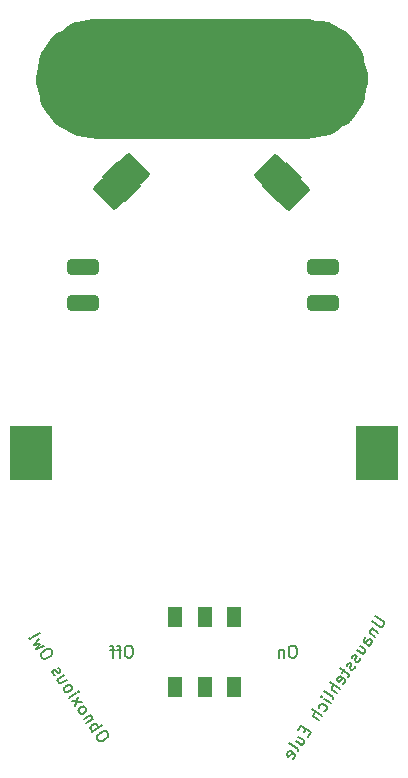
<source format=gbs>
G04 #@! TF.GenerationSoftware,KiCad,Pcbnew,(6.0.10)*
G04 #@! TF.CreationDate,2023-02-02T22:15:44+01:00*
G04 #@! TF.ProjectId,Eule,45756c65-2e6b-4696-9361-645f70636258,rev?*
G04 #@! TF.SameCoordinates,Original*
G04 #@! TF.FileFunction,Soldermask,Bot*
G04 #@! TF.FilePolarity,Negative*
%FSLAX46Y46*%
G04 Gerber Fmt 4.6, Leading zero omitted, Abs format (unit mm)*
G04 Created by KiCad (PCBNEW (6.0.10)) date 2023-02-02 22:15:44*
%MOMM*%
%LPD*%
G01*
G04 APERTURE LIST*
G04 Aperture macros list*
%AMRoundRect*
0 Rectangle with rounded corners*
0 $1 Rounding radius*
0 $2 $3 $4 $5 $6 $7 $8 $9 X,Y pos of 4 corners*
0 Add a 4 corners polygon primitive as box body*
4,1,4,$2,$3,$4,$5,$6,$7,$8,$9,$2,$3,0*
0 Add four circle primitives for the rounded corners*
1,1,$1+$1,$2,$3*
1,1,$1+$1,$4,$5*
1,1,$1+$1,$6,$7*
1,1,$1+$1,$8,$9*
0 Add four rect primitives between the rounded corners*
20,1,$1+$1,$2,$3,$4,$5,0*
20,1,$1+$1,$4,$5,$6,$7,0*
20,1,$1+$1,$6,$7,$8,$9,0*
20,1,$1+$1,$8,$9,$2,$3,0*%
G04 Aperture macros list end*
%ADD10C,0.150000*%
%ADD11C,5.075000*%
%ADD12R,1.200000X1.700000*%
%ADD13R,3.600000X4.600000*%
%ADD14RoundRect,0.250000X1.075000X-0.400000X1.075000X0.400000X-1.075000X0.400000X-1.075000X-0.400000X0*%
%ADD15RoundRect,0.250001X-0.433103X1.087175X-1.087175X0.433103X0.433103X-1.087175X1.087175X-0.433103X0*%
%ADD16RoundRect,0.250001X-1.087175X-0.433103X-0.433103X-1.087175X1.087175X0.433103X0.433103X1.087175X0*%
G04 APERTURE END LIST*
D10*
X70447039Y-84910251D02*
X71118165Y-85362931D01*
X71170492Y-85455665D01*
X71183342Y-85521771D01*
X71169564Y-85627356D01*
X71063051Y-85785268D01*
X70970316Y-85837595D01*
X70904210Y-85850445D01*
X70798626Y-85836667D01*
X70127500Y-85383987D01*
X70137564Y-85965164D02*
X70690255Y-86337959D01*
X70216520Y-86018420D02*
X70150413Y-86031270D01*
X70057679Y-86083598D01*
X69977794Y-86202032D01*
X69964016Y-86307616D01*
X70016343Y-86400351D01*
X70450601Y-86693261D01*
X69944665Y-87443343D02*
X69510407Y-87150432D01*
X69458079Y-87057698D01*
X69471858Y-86952113D01*
X69578371Y-86794202D01*
X69671105Y-86741874D01*
X69905187Y-87416714D02*
X69997921Y-87364387D01*
X70131062Y-87166997D01*
X70144841Y-87061413D01*
X70092513Y-86968678D01*
X70013557Y-86915422D01*
X69907973Y-86901643D01*
X69815239Y-86953971D01*
X69682097Y-87151361D01*
X69589363Y-87203689D01*
X68886037Y-87820629D02*
X69438728Y-88193424D01*
X69125691Y-87465327D02*
X69559949Y-87758238D01*
X69612276Y-87850972D01*
X69598498Y-87956556D01*
X69518613Y-88074990D01*
X69425879Y-88127318D01*
X69359772Y-88140168D01*
X69159596Y-88522098D02*
X69145818Y-88627682D01*
X69039305Y-88785594D01*
X68946570Y-88837922D01*
X68840986Y-88824143D01*
X68801508Y-88797515D01*
X68749181Y-88704781D01*
X68762959Y-88599196D01*
X68842844Y-88480762D01*
X68856622Y-88375178D01*
X68804295Y-88282444D01*
X68764817Y-88255816D01*
X68659232Y-88242037D01*
X68566498Y-88294365D01*
X68486613Y-88412799D01*
X68472835Y-88518383D01*
X68706916Y-89193224D02*
X68693138Y-89298808D01*
X68586625Y-89456720D01*
X68493890Y-89509047D01*
X68388306Y-89495269D01*
X68348828Y-89468641D01*
X68296501Y-89375906D01*
X68310279Y-89270322D01*
X68390164Y-89151888D01*
X68403942Y-89046304D01*
X68351615Y-88953569D01*
X68312137Y-88926941D01*
X68206552Y-88913163D01*
X68113818Y-88965490D01*
X68033933Y-89083924D01*
X68020155Y-89189509D01*
X67794279Y-89439226D02*
X67581253Y-89755050D01*
X67438049Y-89371262D02*
X68148652Y-89850571D01*
X68200980Y-89943305D01*
X68187201Y-90048889D01*
X68133945Y-90127845D01*
X67695043Y-90693387D02*
X67787778Y-90641059D01*
X67894291Y-90483147D01*
X67908069Y-90377563D01*
X67855742Y-90284828D01*
X67539918Y-90071803D01*
X67434334Y-90058024D01*
X67341599Y-90110352D01*
X67235086Y-90268264D01*
X67221308Y-90373848D01*
X67273635Y-90466582D01*
X67352591Y-90519839D01*
X67697830Y-90178316D01*
X67468239Y-91114795D02*
X66639202Y-90555602D01*
X67228585Y-91470097D02*
X66794327Y-91177186D01*
X66742000Y-91084452D01*
X66755778Y-90978867D01*
X66835663Y-90860433D01*
X66928397Y-90808106D01*
X66994503Y-90795256D01*
X66882418Y-91983310D02*
X66896196Y-91877726D01*
X66843869Y-91784992D01*
X66133265Y-91305683D01*
X66669392Y-92299134D02*
X66116700Y-91926339D01*
X65840355Y-91739941D02*
X65906461Y-91727092D01*
X65919311Y-91793198D01*
X65853204Y-91806047D01*
X65840355Y-91739941D01*
X65919311Y-91793198D01*
X66123978Y-93022588D02*
X66216712Y-92970260D01*
X66323225Y-92812348D01*
X66337004Y-92706764D01*
X66324154Y-92640658D01*
X66271826Y-92547923D01*
X66034958Y-92388154D01*
X65929374Y-92374375D01*
X65863268Y-92387225D01*
X65770533Y-92439553D01*
X65664020Y-92597465D01*
X65650242Y-92703049D01*
X65923802Y-93404518D02*
X65094764Y-92845325D01*
X65684147Y-93759819D02*
X65249890Y-93466909D01*
X65197562Y-93374174D01*
X65211340Y-93268590D01*
X65291225Y-93150156D01*
X65383960Y-93097829D01*
X65450066Y-93084979D01*
X64557556Y-94493336D02*
X64371158Y-94769682D01*
X64725531Y-95181027D02*
X64991813Y-94786247D01*
X64162776Y-94227054D01*
X63896494Y-94621834D01*
X63693531Y-95518835D02*
X64246223Y-95891630D01*
X63933185Y-95163533D02*
X64367443Y-95456444D01*
X64419771Y-95549178D01*
X64405992Y-95654762D01*
X64326108Y-95773196D01*
X64233373Y-95825524D01*
X64167267Y-95838374D01*
X63900056Y-96404844D02*
X63913834Y-96299260D01*
X63861507Y-96206525D01*
X63150903Y-95727217D01*
X63434526Y-97009864D02*
X63527261Y-96957536D01*
X63633774Y-96799624D01*
X63647552Y-96694040D01*
X63595224Y-96601305D01*
X63279400Y-96388279D01*
X63173816Y-96374501D01*
X63081082Y-96426829D01*
X62974569Y-96584741D01*
X62960790Y-96690325D01*
X63013118Y-96783059D01*
X63092074Y-96836316D01*
X63437312Y-96494792D01*
X47803217Y-94917919D02*
X47696704Y-94760007D01*
X47603970Y-94707679D01*
X47471757Y-94681980D01*
X47287217Y-94749014D01*
X47010871Y-94935412D01*
X46879588Y-95081403D01*
X46853888Y-95213615D01*
X46867667Y-95319200D01*
X46974180Y-95477112D01*
X47066914Y-95529439D01*
X47199127Y-95555139D01*
X47383667Y-95488104D01*
X47660013Y-95301706D01*
X47791296Y-95155715D01*
X47816996Y-95023503D01*
X47803217Y-94917919D01*
X46494871Y-94766508D02*
X47323909Y-94207315D01*
X47008085Y-94420341D02*
X46994307Y-94314757D01*
X46887794Y-94156845D01*
X46795059Y-94104517D01*
X46728953Y-94091667D01*
X46623369Y-94105446D01*
X46386501Y-94265215D01*
X46334173Y-94357950D01*
X46321324Y-94424056D01*
X46335102Y-94529640D01*
X46441615Y-94687552D01*
X46534349Y-94739880D01*
X46541627Y-93643631D02*
X45988935Y-94016426D01*
X46462671Y-93696887D02*
X46475521Y-93630781D01*
X46461742Y-93525197D01*
X46381857Y-93406763D01*
X46289123Y-93354435D01*
X46183539Y-93368214D01*
X45749281Y-93661124D01*
X45403114Y-93147911D02*
X45495848Y-93200238D01*
X45561955Y-93213088D01*
X45667539Y-93199310D01*
X45904407Y-93039540D01*
X45956734Y-92946806D01*
X45969584Y-92880700D01*
X45955806Y-92775115D01*
X45875921Y-92656682D01*
X45783186Y-92604354D01*
X45717080Y-92591504D01*
X45611496Y-92605283D01*
X45374628Y-92765052D01*
X45322300Y-92857786D01*
X45309451Y-92923893D01*
X45323229Y-93029477D01*
X45403114Y-93147911D01*
X45030319Y-92595219D02*
X45290100Y-91788166D01*
X45583010Y-92222424D02*
X44737408Y-92160961D01*
X44524382Y-91845137D02*
X45077074Y-91472342D01*
X45353420Y-91285945D02*
X45340570Y-91352051D01*
X45274464Y-91339201D01*
X45287314Y-91273095D01*
X45353420Y-91285945D01*
X45274464Y-91339201D01*
X44178215Y-91331924D02*
X44270950Y-91384251D01*
X44337056Y-91397101D01*
X44442640Y-91383323D01*
X44679508Y-91223553D01*
X44731836Y-91130819D01*
X44744685Y-91064713D01*
X44730907Y-90959128D01*
X44651022Y-90840694D01*
X44558288Y-90788367D01*
X44492182Y-90775517D01*
X44386597Y-90789295D01*
X44149729Y-90949065D01*
X44097402Y-91041799D01*
X44084552Y-91107906D01*
X44098330Y-91213490D01*
X44178215Y-91331924D01*
X44065201Y-89972179D02*
X43512509Y-90344974D01*
X44304855Y-90327481D02*
X43870597Y-90620391D01*
X43765013Y-90634170D01*
X43672279Y-90581842D01*
X43592394Y-90463408D01*
X43578616Y-90357824D01*
X43591465Y-90291718D01*
X43312333Y-89963044D02*
X43219599Y-89910716D01*
X43113086Y-89752804D01*
X43099307Y-89647220D01*
X43151635Y-89554486D01*
X43191113Y-89527858D01*
X43296697Y-89514079D01*
X43389432Y-89566407D01*
X43469316Y-89684841D01*
X43562051Y-89737169D01*
X43667635Y-89723390D01*
X43707113Y-89696762D01*
X43759441Y-89604027D01*
X43745662Y-89498443D01*
X43665778Y-89380009D01*
X43573043Y-89327681D01*
X43090020Y-87930316D02*
X42983507Y-87772404D01*
X42890773Y-87720077D01*
X42758560Y-87694377D01*
X42574020Y-87761412D01*
X42297674Y-87947810D01*
X42166390Y-88093801D01*
X42140691Y-88226013D01*
X42154469Y-88331597D01*
X42260982Y-88489509D01*
X42353717Y-88541837D01*
X42485929Y-88567536D01*
X42670469Y-88500501D01*
X42946815Y-88314104D01*
X43078099Y-88168113D01*
X43103798Y-88035900D01*
X43090020Y-87930316D01*
X42387622Y-87485066D02*
X41728418Y-87699950D01*
X42016685Y-87275755D01*
X41515392Y-87384126D01*
X41961571Y-86853419D01*
X41115968Y-86791956D02*
X41208703Y-86844284D01*
X41314287Y-86830505D01*
X42024891Y-86351197D01*
G36*
X50546000Y-48514000D02*
G01*
X49276000Y-49784000D01*
X47371000Y-47752000D01*
X48641000Y-46482000D01*
X50546000Y-48514000D01*
G37*
X50546000Y-48514000D02*
X49276000Y-49784000D01*
X47371000Y-47752000D01*
X48641000Y-46482000D01*
X50546000Y-48514000D01*
D11*
X49307500Y-39450000D02*
G75*
G03*
X49307500Y-39450000I-2537500J0D01*
G01*
D10*
X46770000Y-34450000D02*
X64770000Y-34450000D01*
X64770000Y-34450000D02*
X64770000Y-44450000D01*
X64770000Y-44450000D02*
X46770000Y-44450000D01*
X46770000Y-44450000D02*
X46770000Y-34450000D01*
G36*
X46770000Y-34450000D02*
G01*
X64770000Y-34450000D01*
X64770000Y-44450000D01*
X46770000Y-44450000D01*
X46770000Y-34450000D01*
G37*
D11*
X67307500Y-39450000D02*
G75*
G03*
X67307500Y-39450000I-2537500J0D01*
G01*
D10*
G36*
X64135000Y-47879000D02*
G01*
X62230000Y-49784000D01*
X60960000Y-48514000D01*
X62865000Y-46609000D01*
X64135000Y-47879000D01*
G37*
X64135000Y-47879000D02*
X62230000Y-49784000D01*
X60960000Y-48514000D01*
X62865000Y-46609000D01*
X64135000Y-47879000D01*
X49666666Y-87452380D02*
X49476190Y-87452380D01*
X49380952Y-87500000D01*
X49285714Y-87595238D01*
X49238095Y-87785714D01*
X49238095Y-88119047D01*
X49285714Y-88309523D01*
X49380952Y-88404761D01*
X49476190Y-88452380D01*
X49666666Y-88452380D01*
X49761904Y-88404761D01*
X49857142Y-88309523D01*
X49904761Y-88119047D01*
X49904761Y-87785714D01*
X49857142Y-87595238D01*
X49761904Y-87500000D01*
X49666666Y-87452380D01*
X48952380Y-87785714D02*
X48571428Y-87785714D01*
X48809523Y-88452380D02*
X48809523Y-87595238D01*
X48761904Y-87500000D01*
X48666666Y-87452380D01*
X48571428Y-87452380D01*
X48380952Y-87785714D02*
X48000000Y-87785714D01*
X48238095Y-88452380D02*
X48238095Y-87595238D01*
X48190476Y-87500000D01*
X48095238Y-87452380D01*
X48000000Y-87452380D01*
X63547619Y-87452380D02*
X63357142Y-87452380D01*
X63261904Y-87500000D01*
X63166666Y-87595238D01*
X63119047Y-87785714D01*
X63119047Y-88119047D01*
X63166666Y-88309523D01*
X63261904Y-88404761D01*
X63357142Y-88452380D01*
X63547619Y-88452380D01*
X63642857Y-88404761D01*
X63738095Y-88309523D01*
X63785714Y-88119047D01*
X63785714Y-87785714D01*
X63738095Y-87595238D01*
X63642857Y-87500000D01*
X63547619Y-87452380D01*
X62690476Y-87785714D02*
X62690476Y-88452380D01*
X62690476Y-87880952D02*
X62642857Y-87833333D01*
X62547619Y-87785714D01*
X62404761Y-87785714D01*
X62309523Y-87833333D01*
X62261904Y-87928571D01*
X62261904Y-88452380D01*
D12*
X58500000Y-85050000D03*
X56000000Y-85050000D03*
X53500000Y-85050000D03*
X58500000Y-90950000D03*
X56000000Y-90950000D03*
X53500000Y-90950000D03*
D13*
X41290000Y-71120000D03*
X70590000Y-71120000D03*
D14*
X66040000Y-58470000D03*
X66040000Y-55370000D03*
D15*
X50010000Y-47080000D03*
X47906358Y-49183642D03*
D16*
X61495376Y-47185376D03*
X63599018Y-49289018D03*
D14*
X45720000Y-58470000D03*
X45720000Y-55370000D03*
M02*

</source>
